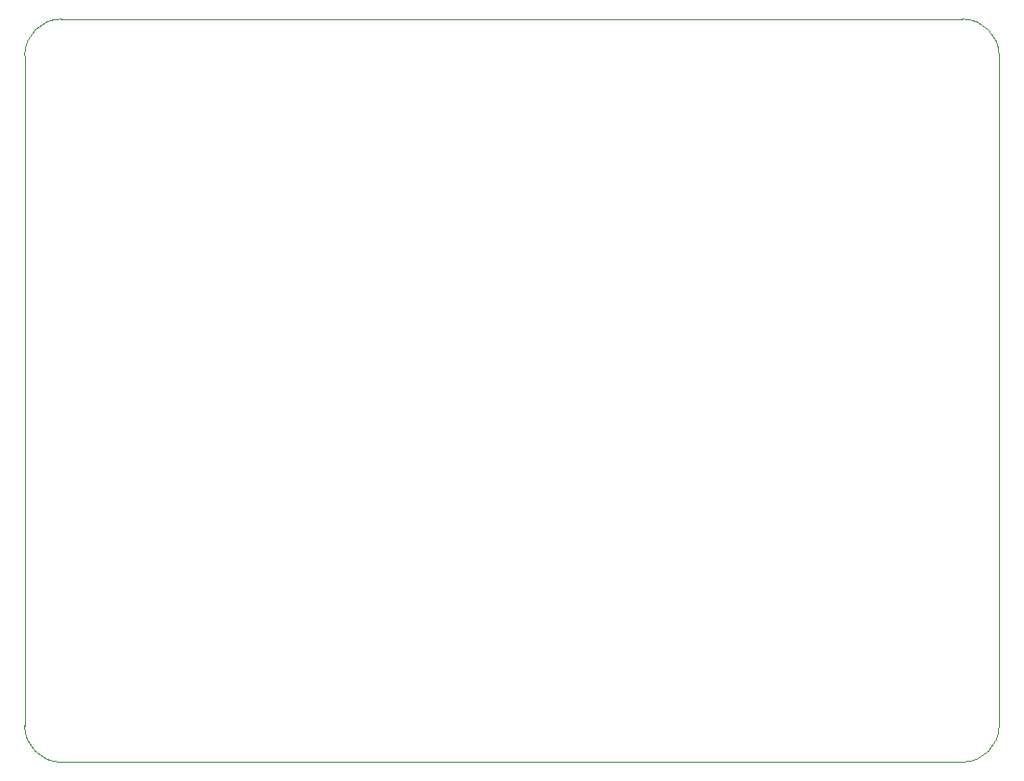
<source format=gbr>
G04 #@! TF.GenerationSoftware,KiCad,Pcbnew,9.0.3*
G04 #@! TF.CreationDate,2025-08-19T12:31:52-07:00*
G04 #@! TF.ProjectId,battery_protector,62617474-6572-4795-9f70-726f74656374,rev?*
G04 #@! TF.SameCoordinates,Original*
G04 #@! TF.FileFunction,Profile,NP*
%FSLAX46Y46*%
G04 Gerber Fmt 4.6, Leading zero omitted, Abs format (unit mm)*
G04 Created by KiCad (PCBNEW 9.0.3) date 2025-08-19 12:31:52*
%MOMM*%
%LPD*%
G01*
G04 APERTURE LIST*
G04 #@! TA.AperFunction,Profile*
%ADD10C,0.050000*%
G04 #@! TD*
G04 APERTURE END LIST*
D10*
X163400000Y-124812500D02*
G75*
G02*
X160200000Y-128012500I-3200000J0D01*
G01*
X80950000Y-62687500D02*
X160200000Y-62687500D01*
X160200000Y-62687500D02*
G75*
G02*
X163400000Y-65887500I0J-3200000D01*
G01*
X80950000Y-128012500D02*
G75*
G02*
X77750000Y-124812500I0J3200000D01*
G01*
X77750000Y-65887500D02*
G75*
G02*
X80950000Y-62687500I3200000J0D01*
G01*
X160200000Y-128012500D02*
X80950000Y-128012500D01*
X77750000Y-124812500D02*
X77750000Y-65887500D01*
X163400000Y-65887500D02*
X163400000Y-124812500D01*
M02*

</source>
